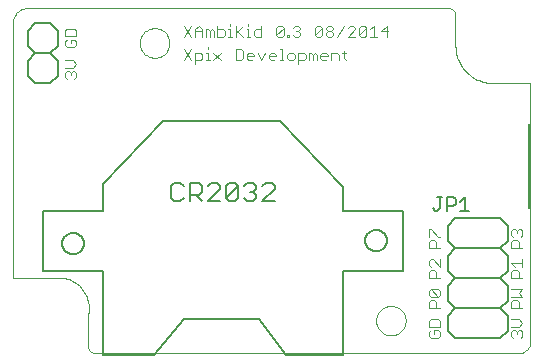
<source format=gto>
G75*
%MOIN*%
%OFA0B0*%
%FSLAX24Y24*%
%IPPOS*%
%LPD*%
%AMOC8*
5,1,8,0,0,1.08239X$1,22.5*
%
%ADD10C,0.0030*%
%ADD11C,0.0000*%
%ADD12C,0.0060*%
%ADD13C,0.0050*%
D10*
X001951Y009440D02*
X001890Y009502D01*
X001890Y009625D01*
X001951Y009687D01*
X002013Y009687D01*
X002075Y009625D01*
X002137Y009687D01*
X002198Y009687D01*
X002260Y009625D01*
X002260Y009502D01*
X002198Y009440D01*
X002075Y009563D02*
X002075Y009625D01*
X002137Y009808D02*
X001890Y009808D01*
X002137Y009808D02*
X002260Y009932D01*
X002137Y010055D01*
X001890Y010055D01*
X001951Y010503D02*
X002198Y010503D01*
X002260Y010564D01*
X002260Y010688D01*
X002198Y010749D01*
X002075Y010749D01*
X002075Y010626D01*
X001951Y010749D02*
X001890Y010688D01*
X001890Y010564D01*
X001951Y010503D01*
X001890Y010871D02*
X001890Y011056D01*
X001951Y011118D01*
X002198Y011118D01*
X002260Y011056D01*
X002260Y010871D01*
X001890Y010871D01*
X005853Y010841D02*
X006099Y011211D01*
X006221Y011088D02*
X006344Y011211D01*
X006468Y011088D01*
X006468Y010841D01*
X006589Y010841D02*
X006589Y011088D01*
X006651Y011088D01*
X006713Y011026D01*
X006774Y011088D01*
X006836Y011026D01*
X006836Y010841D01*
X006957Y010841D02*
X007143Y010841D01*
X007204Y010903D01*
X007204Y011026D01*
X007143Y011088D01*
X006957Y011088D01*
X006957Y011211D02*
X006957Y010841D01*
X006713Y010841D02*
X006713Y011026D01*
X006468Y011026D02*
X006221Y011026D01*
X006221Y011088D02*
X006221Y010841D01*
X006099Y010841D02*
X005853Y011211D01*
X005853Y010435D02*
X006099Y010065D01*
X006221Y010065D02*
X006406Y010065D01*
X006468Y010127D01*
X006468Y010250D01*
X006406Y010312D01*
X006221Y010312D01*
X006221Y009942D01*
X005853Y010065D02*
X006099Y010435D01*
X006589Y010312D02*
X006651Y010312D01*
X006651Y010065D01*
X006589Y010065D02*
X006713Y010065D01*
X006835Y010065D02*
X007082Y010312D01*
X006835Y010312D02*
X007082Y010065D01*
X007571Y010065D02*
X007571Y010435D01*
X007756Y010435D01*
X007818Y010374D01*
X007818Y010127D01*
X007756Y010065D01*
X007571Y010065D01*
X007940Y010127D02*
X007940Y010250D01*
X008001Y010312D01*
X008125Y010312D01*
X008186Y010250D01*
X008186Y010188D01*
X007940Y010188D01*
X007940Y010127D02*
X008001Y010065D01*
X008125Y010065D01*
X008431Y010065D02*
X008308Y010312D01*
X008555Y010312D02*
X008431Y010065D01*
X008676Y010127D02*
X008676Y010250D01*
X008738Y010312D01*
X008861Y010312D01*
X008923Y010250D01*
X008923Y010188D01*
X008676Y010188D01*
X008676Y010127D02*
X008738Y010065D01*
X008861Y010065D01*
X009045Y010065D02*
X009168Y010065D01*
X009106Y010065D02*
X009106Y010435D01*
X009045Y010435D01*
X009290Y010250D02*
X009290Y010127D01*
X009352Y010065D01*
X009475Y010065D01*
X009537Y010127D01*
X009537Y010250D01*
X009475Y010312D01*
X009352Y010312D01*
X009290Y010250D01*
X009658Y010312D02*
X009658Y009942D01*
X009658Y010065D02*
X009844Y010065D01*
X009905Y010127D01*
X009905Y010250D01*
X009844Y010312D01*
X009658Y010312D01*
X010027Y010312D02*
X010027Y010065D01*
X010150Y010065D02*
X010150Y010250D01*
X010212Y010312D01*
X010274Y010250D01*
X010274Y010065D01*
X010395Y010127D02*
X010395Y010250D01*
X010457Y010312D01*
X010580Y010312D01*
X010642Y010250D01*
X010642Y010188D01*
X010395Y010188D01*
X010395Y010127D02*
X010457Y010065D01*
X010580Y010065D01*
X010763Y010065D02*
X010763Y010312D01*
X010949Y010312D01*
X011010Y010250D01*
X011010Y010065D01*
X011193Y010127D02*
X011255Y010065D01*
X011193Y010127D02*
X011193Y010374D01*
X011132Y010312D02*
X011255Y010312D01*
X011316Y010841D02*
X011563Y011088D01*
X011563Y011150D01*
X011501Y011211D01*
X011378Y011211D01*
X011316Y011150D01*
X011194Y011211D02*
X010948Y010841D01*
X010826Y010903D02*
X010764Y010841D01*
X010641Y010841D01*
X010579Y010903D01*
X010579Y010964D01*
X010641Y011026D01*
X010764Y011026D01*
X010826Y010964D01*
X010826Y010903D01*
X010764Y011026D02*
X010826Y011088D01*
X010826Y011150D01*
X010764Y011211D01*
X010641Y011211D01*
X010579Y011150D01*
X010579Y011088D01*
X010641Y011026D01*
X010458Y010903D02*
X010396Y010841D01*
X010273Y010841D01*
X010211Y010903D01*
X010458Y011150D01*
X010458Y010903D01*
X010211Y010903D02*
X010211Y011150D01*
X010273Y011211D01*
X010396Y011211D01*
X010458Y011150D01*
X009721Y011150D02*
X009721Y011088D01*
X009659Y011026D01*
X009721Y010964D01*
X009721Y010903D01*
X009659Y010841D01*
X009536Y010841D01*
X009474Y010903D01*
X009352Y010903D02*
X009352Y010841D01*
X009290Y010841D01*
X009290Y010903D01*
X009352Y010903D01*
X009169Y010903D02*
X009107Y010841D01*
X008984Y010841D01*
X008922Y010903D01*
X009169Y011150D01*
X009169Y010903D01*
X008922Y010903D02*
X008922Y011150D01*
X008984Y011211D01*
X009107Y011211D01*
X009169Y011150D01*
X009474Y011150D02*
X009536Y011211D01*
X009659Y011211D01*
X009721Y011150D01*
X009659Y011026D02*
X009598Y011026D01*
X010027Y010312D02*
X010088Y010312D01*
X010150Y010250D01*
X011316Y010841D02*
X011563Y010841D01*
X011684Y010903D02*
X011931Y011150D01*
X011931Y010903D01*
X011869Y010841D01*
X011746Y010841D01*
X011684Y010903D01*
X011684Y011150D01*
X011746Y011211D01*
X011869Y011211D01*
X011931Y011150D01*
X012052Y011088D02*
X012176Y011211D01*
X012176Y010841D01*
X012299Y010841D02*
X012052Y010841D01*
X012421Y011026D02*
X012668Y011026D01*
X012606Y010841D02*
X012606Y011211D01*
X012421Y011026D01*
X008432Y011088D02*
X008247Y011088D01*
X008185Y011026D01*
X008185Y010903D01*
X008247Y010841D01*
X008432Y010841D01*
X008432Y011211D01*
X008001Y011211D02*
X008001Y011273D01*
X007818Y011211D02*
X007571Y010964D01*
X007633Y011026D02*
X007818Y010841D01*
X007940Y010841D02*
X008063Y010841D01*
X008001Y010841D02*
X008001Y011088D01*
X007940Y011088D01*
X007571Y011211D02*
X007571Y010841D01*
X007449Y010841D02*
X007326Y010841D01*
X007387Y010841D02*
X007387Y011088D01*
X007326Y011088D01*
X007387Y011211D02*
X007387Y011273D01*
X006651Y010497D02*
X006651Y010435D01*
X014015Y004430D02*
X014076Y004430D01*
X014323Y004183D01*
X014385Y004183D01*
X014262Y004000D02*
X014200Y004062D01*
X014076Y004062D01*
X014015Y004000D01*
X014015Y003815D01*
X014385Y003815D01*
X014262Y003815D02*
X014262Y004000D01*
X014015Y004183D02*
X014015Y004430D01*
X014076Y003430D02*
X014015Y003368D01*
X014015Y003245D01*
X014076Y003183D01*
X014076Y003062D02*
X014015Y003000D01*
X014015Y002815D01*
X014385Y002815D01*
X014262Y002815D02*
X014262Y003000D01*
X014200Y003062D01*
X014076Y003062D01*
X014385Y003183D02*
X014138Y003430D01*
X014076Y003430D01*
X014385Y003430D02*
X014385Y003183D01*
X014323Y002430D02*
X014076Y002430D01*
X014323Y002183D01*
X014385Y002245D01*
X014385Y002368D01*
X014323Y002430D01*
X014076Y002430D02*
X014015Y002368D01*
X014015Y002245D01*
X014076Y002183D01*
X014323Y002183D01*
X014200Y002062D02*
X014262Y002000D01*
X014262Y001815D01*
X014385Y001815D02*
X014015Y001815D01*
X014015Y002000D01*
X014076Y002062D01*
X014200Y002062D01*
X014323Y001430D02*
X014076Y001430D01*
X014015Y001368D01*
X014015Y001183D01*
X014385Y001183D01*
X014385Y001368D01*
X014323Y001430D01*
X014323Y001062D02*
X014200Y001062D01*
X014200Y000938D01*
X014323Y000815D02*
X014076Y000815D01*
X014015Y000877D01*
X014015Y001000D01*
X014076Y001062D01*
X014323Y001062D02*
X014385Y001000D01*
X014385Y000877D01*
X014323Y000815D01*
X016765Y000877D02*
X016826Y000815D01*
X016765Y000877D02*
X016765Y001000D01*
X016826Y001062D01*
X016888Y001062D01*
X016950Y001000D01*
X017012Y001062D01*
X017073Y001062D01*
X017135Y001000D01*
X017135Y000877D01*
X017073Y000815D01*
X016950Y000938D02*
X016950Y001000D01*
X017012Y001183D02*
X016765Y001183D01*
X017012Y001183D02*
X017135Y001307D01*
X017012Y001430D01*
X016765Y001430D01*
X016765Y001815D02*
X016765Y002000D01*
X016826Y002062D01*
X016950Y002062D01*
X017012Y002000D01*
X017012Y001815D01*
X017135Y001815D02*
X016765Y001815D01*
X016765Y002183D02*
X017135Y002183D01*
X017012Y002307D01*
X017135Y002430D01*
X016765Y002430D01*
X016765Y002815D02*
X016765Y003000D01*
X016826Y003062D01*
X016950Y003062D01*
X017012Y003000D01*
X017012Y002815D01*
X017135Y002815D02*
X016765Y002815D01*
X016888Y003183D02*
X016765Y003307D01*
X017135Y003307D01*
X017135Y003430D02*
X017135Y003183D01*
X017135Y003815D02*
X016765Y003815D01*
X016765Y004000D01*
X016826Y004062D01*
X016950Y004062D01*
X017012Y004000D01*
X017012Y003815D01*
X017073Y004183D02*
X017135Y004245D01*
X017135Y004368D01*
X017073Y004430D01*
X017012Y004430D01*
X016950Y004368D01*
X016950Y004307D01*
X016950Y004368D02*
X016888Y004430D01*
X016826Y004430D01*
X016765Y004368D01*
X016765Y004245D01*
X016826Y004183D01*
D11*
X002650Y001550D02*
X002650Y000550D01*
X002652Y000520D01*
X002657Y000490D01*
X002666Y000461D01*
X002679Y000434D01*
X002694Y000408D01*
X002713Y000384D01*
X002734Y000363D01*
X002758Y000344D01*
X002784Y000329D01*
X002811Y000316D01*
X002840Y000307D01*
X002870Y000302D01*
X002900Y000300D01*
X017150Y000300D01*
X017006Y000300D02*
X017045Y000302D01*
X017083Y000308D01*
X017120Y000317D01*
X017157Y000330D01*
X017192Y000347D01*
X017225Y000366D01*
X017256Y000389D01*
X017285Y000415D01*
X017311Y000444D01*
X017334Y000475D01*
X017353Y000508D01*
X017370Y000543D01*
X017383Y000580D01*
X017392Y000617D01*
X017398Y000655D01*
X017400Y000694D01*
X017400Y009300D01*
X016150Y009300D01*
X016082Y009302D01*
X016015Y009307D01*
X015948Y009316D01*
X015881Y009329D01*
X015816Y009346D01*
X015751Y009365D01*
X015687Y009389D01*
X015625Y009416D01*
X015564Y009446D01*
X015506Y009479D01*
X015449Y009515D01*
X015394Y009555D01*
X015341Y009597D01*
X015290Y009643D01*
X015243Y009690D01*
X015197Y009741D01*
X015155Y009794D01*
X015115Y009849D01*
X015079Y009906D01*
X015046Y009964D01*
X015016Y010025D01*
X014989Y010087D01*
X014965Y010151D01*
X014946Y010216D01*
X014929Y010281D01*
X014916Y010348D01*
X014907Y010415D01*
X014902Y010482D01*
X014900Y010550D01*
X014900Y011550D01*
X014898Y011580D01*
X014893Y011610D01*
X014884Y011639D01*
X014871Y011666D01*
X014856Y011692D01*
X014837Y011716D01*
X014816Y011737D01*
X014792Y011756D01*
X014766Y011771D01*
X014739Y011784D01*
X014710Y011793D01*
X014680Y011798D01*
X014650Y011800D01*
X000650Y011800D01*
X000150Y011406D02*
X000150Y002800D01*
X001900Y002800D01*
X001960Y002783D01*
X002019Y002763D01*
X002076Y002739D01*
X002132Y002711D01*
X002186Y002681D01*
X002238Y002647D01*
X002289Y002609D01*
X002336Y002569D01*
X002381Y002527D01*
X002424Y002481D01*
X002464Y002433D01*
X002500Y002383D01*
X002534Y002330D01*
X002564Y002276D01*
X002592Y002220D01*
X002615Y002162D01*
X002635Y002103D01*
X002652Y002043D01*
X002665Y001982D01*
X002674Y001921D01*
X002679Y001859D01*
X002681Y001797D01*
X002679Y001734D01*
X002673Y001672D01*
X002663Y001611D01*
X002650Y001550D01*
X012256Y001383D02*
X012258Y001427D01*
X012264Y001471D01*
X012274Y001514D01*
X012287Y001556D01*
X012305Y001596D01*
X012326Y001635D01*
X012350Y001672D01*
X012377Y001707D01*
X012408Y001739D01*
X012441Y001768D01*
X012477Y001794D01*
X012515Y001816D01*
X012555Y001835D01*
X012596Y001851D01*
X012639Y001863D01*
X012682Y001871D01*
X012726Y001875D01*
X012770Y001875D01*
X012814Y001871D01*
X012857Y001863D01*
X012900Y001851D01*
X012941Y001835D01*
X012981Y001816D01*
X013019Y001794D01*
X013055Y001768D01*
X013088Y001739D01*
X013119Y001707D01*
X013146Y001672D01*
X013170Y001635D01*
X013191Y001596D01*
X013209Y001556D01*
X013222Y001514D01*
X013232Y001471D01*
X013238Y001427D01*
X013240Y001383D01*
X013238Y001339D01*
X013232Y001295D01*
X013222Y001252D01*
X013209Y001210D01*
X013191Y001170D01*
X013170Y001131D01*
X013146Y001094D01*
X013119Y001059D01*
X013088Y001027D01*
X013055Y000998D01*
X013019Y000972D01*
X012981Y000950D01*
X012941Y000931D01*
X012900Y000915D01*
X012857Y000903D01*
X012814Y000895D01*
X012770Y000891D01*
X012726Y000891D01*
X012682Y000895D01*
X012639Y000903D01*
X012596Y000915D01*
X012555Y000931D01*
X012515Y000950D01*
X012477Y000972D01*
X012441Y000998D01*
X012408Y001027D01*
X012377Y001059D01*
X012350Y001094D01*
X012326Y001131D01*
X012305Y001170D01*
X012287Y001210D01*
X012274Y001252D01*
X012264Y001295D01*
X012258Y001339D01*
X012256Y001383D01*
X004382Y010635D02*
X004384Y010679D01*
X004390Y010723D01*
X004400Y010766D01*
X004413Y010808D01*
X004431Y010848D01*
X004452Y010887D01*
X004476Y010924D01*
X004503Y010959D01*
X004534Y010991D01*
X004567Y011020D01*
X004603Y011046D01*
X004641Y011068D01*
X004681Y011087D01*
X004722Y011103D01*
X004765Y011115D01*
X004808Y011123D01*
X004852Y011127D01*
X004896Y011127D01*
X004940Y011123D01*
X004983Y011115D01*
X005026Y011103D01*
X005067Y011087D01*
X005107Y011068D01*
X005145Y011046D01*
X005181Y011020D01*
X005214Y010991D01*
X005245Y010959D01*
X005272Y010924D01*
X005296Y010887D01*
X005317Y010848D01*
X005335Y010808D01*
X005348Y010766D01*
X005358Y010723D01*
X005364Y010679D01*
X005366Y010635D01*
X005364Y010591D01*
X005358Y010547D01*
X005348Y010504D01*
X005335Y010462D01*
X005317Y010422D01*
X005296Y010383D01*
X005272Y010346D01*
X005245Y010311D01*
X005214Y010279D01*
X005181Y010250D01*
X005145Y010224D01*
X005107Y010202D01*
X005067Y010183D01*
X005026Y010167D01*
X004983Y010155D01*
X004940Y010147D01*
X004896Y010143D01*
X004852Y010143D01*
X004808Y010147D01*
X004765Y010155D01*
X004722Y010167D01*
X004681Y010183D01*
X004641Y010202D01*
X004603Y010224D01*
X004567Y010250D01*
X004534Y010279D01*
X004503Y010311D01*
X004476Y010346D01*
X004452Y010383D01*
X004431Y010422D01*
X004413Y010462D01*
X004400Y010504D01*
X004390Y010547D01*
X004384Y010591D01*
X004382Y010635D01*
X000650Y011800D02*
X000606Y011798D01*
X000563Y011792D01*
X000521Y011783D01*
X000479Y011770D01*
X000439Y011753D01*
X000400Y011733D01*
X000363Y011710D01*
X000329Y011683D01*
X000296Y011654D01*
X000267Y011621D01*
X000240Y011587D01*
X000217Y011550D01*
X000197Y011511D01*
X000180Y011471D01*
X000167Y011429D01*
X000158Y011387D01*
X000152Y011344D01*
X000150Y011300D01*
D12*
X000650Y011050D02*
X000650Y010550D01*
X000900Y010300D01*
X000650Y010050D01*
X000650Y009550D01*
X000900Y009300D01*
X001400Y009300D01*
X001650Y009550D01*
X001650Y010050D01*
X001400Y010300D01*
X000900Y010300D01*
X001400Y010300D02*
X001650Y010550D01*
X001650Y011050D01*
X001400Y011300D01*
X000900Y011300D01*
X000650Y011050D01*
X014650Y004550D02*
X014650Y004050D01*
X014900Y003800D01*
X016400Y003800D01*
X016650Y003550D01*
X016650Y003050D01*
X016400Y002800D01*
X014900Y002800D01*
X014650Y002550D01*
X014650Y002050D01*
X014900Y001800D01*
X014650Y001550D01*
X014650Y001050D01*
X014900Y000800D01*
X016400Y000800D01*
X016650Y001050D01*
X016650Y001550D01*
X016400Y001800D01*
X014900Y001800D01*
X014900Y002800D02*
X014650Y003050D01*
X014650Y003550D01*
X014900Y003800D01*
X014650Y004550D02*
X014900Y004800D01*
X016400Y004800D01*
X016650Y004550D01*
X016650Y004050D01*
X016400Y003800D01*
X016400Y002800D02*
X016650Y002550D01*
X016650Y002050D01*
X016400Y001800D01*
D13*
X013150Y003050D02*
X013150Y005050D01*
X011150Y005050D01*
X011150Y005850D01*
X009050Y008050D01*
X005150Y008050D01*
X003150Y005950D01*
X003150Y005050D01*
X001150Y005050D01*
X001150Y003050D01*
X003150Y003050D01*
X003150Y000250D01*
X004850Y000250D01*
X005850Y001450D01*
X008350Y001450D01*
X009250Y000250D01*
X011150Y000250D01*
X011150Y003050D01*
X013150Y003050D01*
X011889Y004050D02*
X011891Y004088D01*
X011897Y004125D01*
X011907Y004162D01*
X011920Y004197D01*
X011937Y004230D01*
X011958Y004262D01*
X011982Y004292D01*
X012008Y004318D01*
X012038Y004342D01*
X012069Y004363D01*
X012103Y004380D01*
X012138Y004393D01*
X012175Y004403D01*
X012212Y004409D01*
X012250Y004411D01*
X012288Y004409D01*
X012325Y004403D01*
X012362Y004393D01*
X012397Y004380D01*
X012430Y004363D01*
X012462Y004342D01*
X012492Y004318D01*
X012518Y004292D01*
X012542Y004262D01*
X012563Y004231D01*
X012580Y004197D01*
X012593Y004162D01*
X012603Y004125D01*
X012609Y004088D01*
X012611Y004050D01*
X012609Y004012D01*
X012603Y003975D01*
X012593Y003938D01*
X012580Y003903D01*
X012563Y003870D01*
X012542Y003838D01*
X012518Y003808D01*
X012492Y003782D01*
X012462Y003758D01*
X012431Y003737D01*
X012397Y003720D01*
X012362Y003707D01*
X012325Y003697D01*
X012288Y003691D01*
X012250Y003689D01*
X012212Y003691D01*
X012175Y003697D01*
X012138Y003707D01*
X012103Y003720D01*
X012070Y003737D01*
X012038Y003758D01*
X012008Y003782D01*
X011982Y003808D01*
X011958Y003838D01*
X011937Y003869D01*
X011920Y003903D01*
X011907Y003938D01*
X011897Y003975D01*
X011891Y004012D01*
X011889Y004050D01*
X014145Y005120D02*
X014220Y005045D01*
X014295Y005045D01*
X014370Y005120D01*
X014370Y005495D01*
X014295Y005495D02*
X014445Y005495D01*
X014605Y005495D02*
X014831Y005495D01*
X014906Y005420D01*
X014906Y005270D01*
X014831Y005195D01*
X014605Y005195D01*
X014605Y005045D02*
X014605Y005495D01*
X015066Y005345D02*
X015216Y005495D01*
X015216Y005045D01*
X015066Y005045D02*
X015366Y005045D01*
X017350Y005150D02*
X017350Y007950D01*
X008874Y005868D02*
X008874Y005766D01*
X008467Y005359D01*
X008874Y005359D01*
X008267Y005461D02*
X008165Y005359D01*
X007961Y005359D01*
X007860Y005461D01*
X007659Y005461D02*
X007557Y005359D01*
X007354Y005359D01*
X007252Y005461D01*
X007659Y005868D01*
X007659Y005461D01*
X008063Y005664D02*
X008165Y005664D01*
X008267Y005563D01*
X008267Y005461D01*
X008165Y005664D02*
X008267Y005766D01*
X008267Y005868D01*
X008165Y005970D01*
X007961Y005970D01*
X007860Y005868D01*
X007659Y005868D02*
X007557Y005970D01*
X007354Y005970D01*
X007252Y005868D01*
X007252Y005461D01*
X007051Y005359D02*
X006644Y005359D01*
X007051Y005766D01*
X007051Y005868D01*
X006949Y005970D01*
X006746Y005970D01*
X006644Y005868D01*
X006443Y005868D02*
X006443Y005664D01*
X006342Y005563D01*
X006036Y005563D01*
X005836Y005461D02*
X005734Y005359D01*
X005530Y005359D01*
X005429Y005461D01*
X005429Y005868D01*
X005530Y005970D01*
X005734Y005970D01*
X005836Y005868D01*
X006036Y005970D02*
X006342Y005970D01*
X006443Y005868D01*
X006240Y005563D02*
X006443Y005359D01*
X006036Y005359D02*
X006036Y005970D01*
X008467Y005868D02*
X008569Y005970D01*
X008773Y005970D01*
X008874Y005868D01*
X001789Y003950D02*
X001791Y003988D01*
X001797Y004025D01*
X001807Y004062D01*
X001820Y004097D01*
X001837Y004130D01*
X001858Y004162D01*
X001882Y004192D01*
X001908Y004218D01*
X001938Y004242D01*
X001969Y004263D01*
X002003Y004280D01*
X002038Y004293D01*
X002075Y004303D01*
X002112Y004309D01*
X002150Y004311D01*
X002188Y004309D01*
X002225Y004303D01*
X002262Y004293D01*
X002297Y004280D01*
X002330Y004263D01*
X002362Y004242D01*
X002392Y004218D01*
X002418Y004192D01*
X002442Y004162D01*
X002463Y004131D01*
X002480Y004097D01*
X002493Y004062D01*
X002503Y004025D01*
X002509Y003988D01*
X002511Y003950D01*
X002509Y003912D01*
X002503Y003875D01*
X002493Y003838D01*
X002480Y003803D01*
X002463Y003770D01*
X002442Y003738D01*
X002418Y003708D01*
X002392Y003682D01*
X002362Y003658D01*
X002331Y003637D01*
X002297Y003620D01*
X002262Y003607D01*
X002225Y003597D01*
X002188Y003591D01*
X002150Y003589D01*
X002112Y003591D01*
X002075Y003597D01*
X002038Y003607D01*
X002003Y003620D01*
X001970Y003637D01*
X001938Y003658D01*
X001908Y003682D01*
X001882Y003708D01*
X001858Y003738D01*
X001837Y003769D01*
X001820Y003803D01*
X001807Y003838D01*
X001797Y003875D01*
X001791Y003912D01*
X001789Y003950D01*
M02*

</source>
